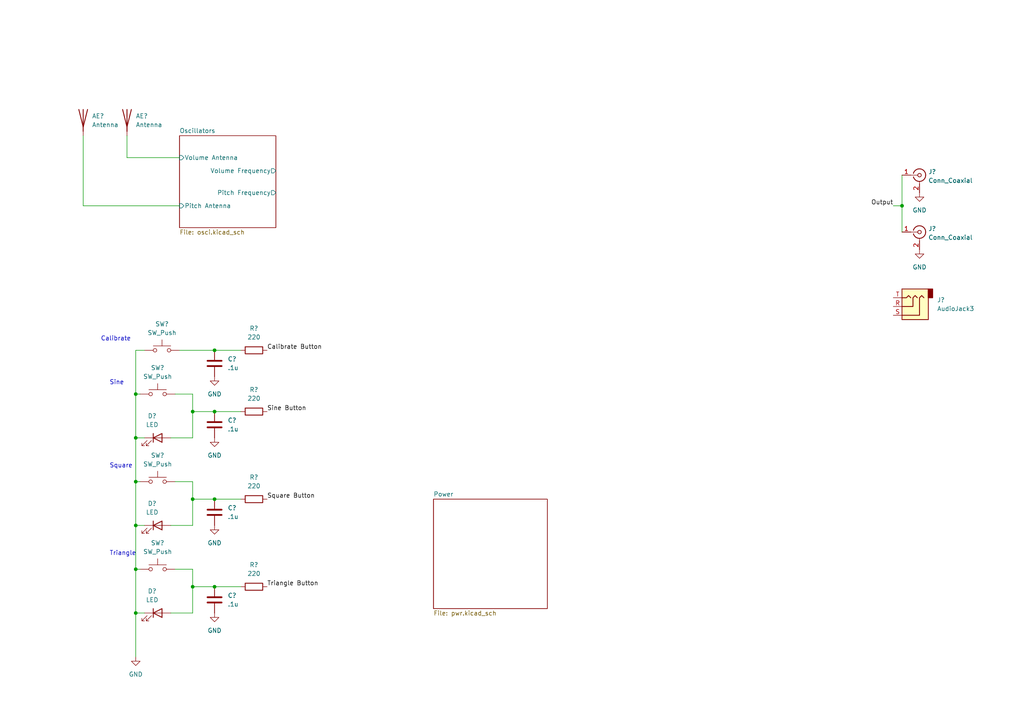
<source format=kicad_sch>
(kicad_sch (version 20211123) (generator eeschema)
  (paper "A4")
  (lib_symbols
    (symbol "Connector:AudioJack3"
      (property "Reference" "J" (at 0 8.89 0))
      (property "Value" "AudioJack3" (at 0 6.35 0))
      (symbol "AudioJack3_0_1"
        (rectangle (start -5.08 -5.08) (end -6.35 -2.54) (stroke (width 0.254)) (fill (type outline)))
        (polyline (pts (xy 0 -2.54) (xy 0.635 -3.175) (xy 1.27 -2.54) (xy 2.54 -2.54)) (stroke (width 0.254)))
        (polyline (pts (xy -1.905 -2.54) (xy -1.27 -3.175) (xy -0.635 -2.54) (xy -0.635 0) (xy 2.54 0)) (stroke (width 0.254)))
        (polyline (pts (xy 2.54 2.54) (xy -2.54 2.54) (xy -2.54 -2.54) (xy -3.175 -3.175) (xy -3.81 -2.54)) (stroke (width 0.254)))
        (rectangle (start 2.54 3.81) (end -5.08 -5.08) (stroke (width 0.254)) (fill (type background)))
      )
      (symbol "AudioJack3_1_1"
        (pin passive line (at 5.08 0 180) (length 2.54) (name "~") (number "R"))
        (pin passive line (at 5.08 2.54 180) (length 2.54) (name "~") (number "S"))
        (pin passive line (at 5.08 -2.54 180) (length 2.54) (name "~") (number "T"))
      )
    )
    (symbol "Connector:Conn_Coaxial" (pin_names (offset 1.016) hide)
      (property "Reference" "J" (at 0.254 3.048 0))
      (property "Value" "Conn_Coaxial" (at 2.921 0 90))
      (symbol "Conn_Coaxial_0_1"
        (arc (start -1.778 -0.508) (mid 0.2311 -1.8066) (end 1.778 0) (stroke (width 0.254)))
        (polyline (pts (xy -2.54 0) (xy -0.508 0)))
        (polyline (pts (xy 0 -2.54) (xy 0 -1.778)))
        (circle (center 0 0) (radius 0.508) (stroke (width 0.2032)))
        (arc (start 1.778 0) (mid 0.2099 1.8101) (end -1.778 0.508) (stroke (width 0.254)))
      )
      (symbol "Conn_Coaxial_1_1"
        (pin passive line (at -5.08 0 0) (length 2.54) (name "In") (number "1"))
        (pin passive line (at 0 -5.08 90) (length 2.54) (name "Ext") (number "2"))
      )
    )
    (symbol "Device:Antenna" (pin_numbers hide) (pin_names (offset 1.016) hide)
      (property "Reference" "AE" (at -1.905 1.905 0))
      (property "Value" "Antenna" (at -1.905 0 0))
      (symbol "Antenna_0_1"
        (polyline (pts (xy 0 2.54) (xy 0 -3.81)) (stroke (width 0.254)))
        (polyline (pts (xy 1.27 2.54) (xy 0 -2.54) (xy -1.27 2.54)) (stroke (width 0.254)))
      )
      (symbol "Antenna_1_1"
        (pin input line (at 0 -5.08 90) (length 2.54) (name "A") (number "1"))
      )
    )
    (symbol "Device:C" (pin_numbers hide) (pin_names (offset 0.254))
      (property "Reference" "C" (at 0.635 2.54 0))
      (property "Value" "C" (at 0.635 -2.54 0))
      (symbol "C_0_1"
        (polyline (pts (xy -2.032 -0.762) (xy 2.032 -0.762)) (stroke (width 0.508)))
        (polyline (pts (xy -2.032 0.762) (xy 2.032 0.762)) (stroke (width 0.508)))
      )
      (symbol "C_1_1"
        (pin passive line (at 0 3.81 270) (length 2.794) (name "~") (number "1"))
        (pin passive line (at 0 -3.81 90) (length 2.794) (name "~") (number "2"))
      )
    )
    (symbol "Device:LED" (pin_numbers hide) (pin_names (offset 1.016) hide)
      (property "Reference" "D" (at 0 2.54 0))
      (property "Value" "LED" (at 0 -2.54 0))
      (symbol "LED_0_1"
        (polyline (pts (xy -1.27 -1.27) (xy -1.27 1.27)) (stroke (width 0.254)))
        (polyline (pts (xy -1.27 0) (xy 1.27 0)))
        (polyline (pts (xy 1.27 -1.27) (xy 1.27 1.27) (xy -1.27 0) (xy 1.27 -1.27)) (stroke (width 0.254)))
        (polyline (pts (xy -3.048 -0.762) (xy -4.572 -2.286) (xy -3.81 -2.286) (xy -4.572 -2.286) (xy -4.572 -1.524)))
        (polyline (pts (xy -1.778 -0.762) (xy -3.302 -2.286) (xy -2.54 -2.286) (xy -3.302 -2.286) (xy -3.302 -1.524)))
      )
      (symbol "LED_1_1"
        (pin passive line (at -3.81 0 0) (length 2.54) (name "K") (number "1"))
        (pin passive line (at 3.81 0 180) (length 2.54) (name "A") (number "2"))
      )
    )
    (symbol "Device:R" (pin_numbers hide) (pin_names (offset 0))
      (property "Reference" "R" (at 2.032 0 90))
      (property "Value" "R" (at 0 0 90))
      (symbol "R_0_1"
        (rectangle (start -1.016 -2.54) (end 1.016 2.54) (stroke (width 0.254)))
      )
      (symbol "R_1_1"
        (pin passive line (at 0 3.81 270) (length 1.27) (name "~") (number "1"))
        (pin passive line (at 0 -3.81 90) (length 1.27) (name "~") (number "2"))
      )
    )
    (symbol "Switch:SW_Push" (pin_numbers hide) (pin_names (offset 1.016) hide)
      (property "Reference" "SW" (at 1.27 2.54 0))
      (property "Value" "SW_Push" (at 0 -1.524 0))
      (symbol "SW_Push_0_1"
        (circle (center -2.032 0) (radius 0.508))
        (polyline (pts (xy 0 1.27) (xy 0 3.048)))
        (polyline (pts (xy 2.54 1.27) (xy -2.54 1.27)))
        (circle (center 2.032 0) (radius 0.508))
        (pin passive line (at -5.08 0 0) (length 2.54) (name "1") (number "1"))
        (pin passive line (at 5.08 0 180) (length 2.54) (name "2") (number "2"))
      )
    )
    (symbol "power:GND" (power) (pin_names (offset 0))
      (property "Value" "GND" (at 0 -3.81 0))
      (symbol "GND_0_1"
        (polyline (pts (xy 0 0) (xy 0 -1.27) (xy 1.27 -1.27) (xy 0 -2.54) (xy -1.27 -1.27) (xy 0 -1.27)))
      )
      (symbol "GND_1_1"
        (pin power_in line (at 0 0 270) (length 0) hide (name "GND") (number "1"))
      )
    )
  )
  (junction (at 39.37 114.3))
  (junction (at 39.37 127))
  (junction (at 55.88 119.38))
  (junction (at 55.88 170.18))
  (junction (at 55.88 144.78))
  (junction (at 39.37 165.1))
  (junction (at 39.37 177.8))
  (junction (at 62.23 119.38))
  (junction (at 261.62 59.69))
  (junction (at 62.23 170.18))
  (junction (at 39.37 152.4))
  (junction (at 62.23 101.6))
  (junction (at 62.23 144.78))
  (junction (at 39.37 139.7))
  (wire (pts (xy 55.88 152.4) (xy 49.53 152.4)))
  (wire (pts (xy 69.85 170.18) (xy 62.23 170.18)))
  (wire (pts (xy 50.8 165.1) (xy 55.88 165.1)))
  (wire (pts (xy 39.37 165.1) (xy 39.37 152.4)))
  (wire (pts (xy 259.08 59.69) (xy 261.62 59.69)))
  (wire (pts (xy 55.88 177.8) (xy 49.53 177.8)))
  (wire (pts (xy 36.83 45.72) (xy 52.07 45.72)))
  (wire (pts (xy 55.88 139.7) (xy 55.88 144.78)))
  (wire (pts (xy 69.85 144.78) (xy 62.23 144.78)))
  (wire (pts (xy 55.88 170.18) (xy 55.88 177.8)))
  (wire (pts (xy 55.88 127) (xy 49.53 127)))
  (wire (pts (xy 36.83 39.37) (xy 36.83 45.72)))
  (wire (pts (xy 39.37 177.8) (xy 39.37 165.1)))
  (wire (pts (xy 62.23 170.18) (xy 55.88 170.18)))
  (wire (pts (xy 24.13 59.69) (xy 52.07 59.69)))
  (wire (pts (xy 24.13 39.37) (xy 24.13 59.69)))
  (wire (pts (xy 62.23 119.38) (xy 55.88 119.38)))
  (wire (pts (xy 39.37 127) (xy 39.37 114.3)))
  (wire (pts (xy 39.37 101.6) (xy 41.91 101.6)))
  (wire (pts (xy 62.23 101.6) (xy 69.85 101.6)))
  (wire (pts (xy 39.37 152.4) (xy 41.91 152.4)))
  (wire (pts (xy 69.85 119.38) (xy 62.23 119.38)))
  (wire (pts (xy 62.23 144.78) (xy 55.88 144.78)))
  (wire (pts (xy 261.62 59.69) (xy 261.62 67.31)))
  (wire (pts (xy 39.37 139.7) (xy 40.64 139.7)))
  (wire (pts (xy 50.8 139.7) (xy 55.88 139.7)))
  (wire (pts (xy 39.37 114.3) (xy 39.37 101.6)))
  (wire (pts (xy 55.88 114.3) (xy 55.88 119.38)))
  (wire (pts (xy 50.8 114.3) (xy 55.88 114.3)))
  (wire (pts (xy 39.37 114.3) (xy 40.64 114.3)))
  (wire (pts (xy 55.88 144.78) (xy 55.88 152.4)))
  (wire (pts (xy 39.37 152.4) (xy 39.37 139.7)))
  (wire (pts (xy 261.62 50.8) (xy 261.62 59.69)))
  (wire (pts (xy 55.88 119.38) (xy 55.88 127)))
  (wire (pts (xy 55.88 165.1) (xy 55.88 170.18)))
  (wire (pts (xy 39.37 127) (xy 41.91 127)))
  (wire (pts (xy 52.07 101.6) (xy 62.23 101.6)))
  (wire (pts (xy 39.37 190.5) (xy 39.37 177.8)))
  (wire (pts (xy 39.37 139.7) (xy 39.37 127)))
  (wire (pts (xy 39.37 177.8) (xy 41.91 177.8)))
  (wire (pts (xy 39.37 165.1) (xy 40.64 165.1)))
  (text "Square" (at 31.75 135.89 0) (effects (font (size 1.27 1.27)) (justify left bottom)))
  (text "Triangle" (at 31.75 161.29 0) (effects (font (size 1.27 1.27)) (justify left bottom)))
  (text "Calibrate" (at 29.21 99.06 0) (effects (font (size 1.27 1.27)) (justify left bottom)))
  (text "Sine" (at 31.75 111.76 0) (effects (font (size 1.27 1.27)) (justify left bottom)))
  (label "Output" (at 259.08 59.69 180))
  (label "Sine Button" (at 77.47 119.38 0))
  (label "Calibrate Button" (at 77.47 101.6 0))
  (label "Triangle Button" (at 77.47 170.18 0))
  (label "Square Button" (at 77.47 144.78 0))
  (symbol (lib_id "Device:Antenna") (at 36.83 34.29 0) (unit 1)
    (property "Reference" "AE?" (at 39.37 33.6549 0) (effects (justify left)))
    (property "Value" "Antenna" (at 39.37 36.1949 0) (effects (justify left)))
  )
  (symbol (lib_id "Device:LED") (at 45.72 152.4 0) (unit 1)
    (property "Reference" "D?" (at 44.1325 146.05 0))
    (property "Value" "LED" (at 44.1325 148.59 0))
  )
  (symbol (lib_id "Device:Antenna") (at 24.13 34.29 0) (unit 1)
    (property "Reference" "AE?" (at 26.67 33.6549 0) (effects (justify left)))
    (property "Value" "Antenna" (at 26.67 36.1949 0) (effects (justify left)))
  )
  (symbol (lib_id "power:GND") (at 62.23 109.22 0) (unit 1)
    (property "Reference" "#PWR?" (effects hide))
    (property "Value" "GND" (at 62.23 114.3 0))
  )
  (symbol (lib_id "Device:C") (at 62.23 105.41 180) (unit 1)
    (property "Reference" "C?" (at 66.04 104.1399 0) (effects (justify right)))
    (property "Value" ".1u" (at 66.04 106.6799 0) (effects (justify right)))
  )
  (symbol (lib_id "Switch:SW_Push") (at 45.72 114.3 0) (unit 1)
    (property "Reference" "SW?" (at 45.72 106.68 0))
    (property "Value" "SW_Push" (at 45.72 109.22 0))
  )
  (symbol (lib_id "Device:R") (at 73.66 144.78 90) (unit 1)
    (property "Reference" "R?" (at 73.66 138.43 90))
    (property "Value" "220" (at 73.66 140.97 90))
  )
  (symbol (lib_id "power:GND") (at 62.23 177.8 0) (unit 1)
    (property "Reference" "#PWR?" (effects hide))
    (property "Value" "GND" (at 62.23 182.88 0))
  )
  (symbol (lib_id "Device:LED") (at 45.72 177.8 0) (unit 1)
    (property "Reference" "D?" (at 44.1325 171.45 0))
    (property "Value" "LED" (at 44.1325 173.99 0))
  )
  (symbol (lib_id "power:GND") (at 62.23 127 0) (unit 1)
    (property "Reference" "#PWR?" (effects hide))
    (property "Value" "GND" (at 62.23 132.08 0))
  )
  (symbol (lib_id "Device:C") (at 62.23 173.99 180) (unit 1)
    (property "Reference" "C?" (at 66.04 172.7199 0) (effects (justify right)))
    (property "Value" ".1u" (at 66.04 175.2599 0) (effects (justify right)))
  )
  (symbol (lib_id "Device:R") (at 73.66 170.18 90) (unit 1)
    (property "Reference" "R?" (at 73.66 163.83 90))
    (property "Value" "220" (at 73.66 166.37 90))
  )
  (symbol (lib_id "Switch:SW_Push") (at 45.72 165.1 0) (unit 1)
    (property "Reference" "SW?" (at 45.72 157.48 0))
    (property "Value" "SW_Push" (at 45.72 160.02 0))
  )
  (symbol (lib_id "Connector:Conn_Coaxial") (at 266.7 50.8 0) (unit 1)
    (property "Reference" "J?" (at 269.24 49.8231 0) (effects (justify left)))
    (property "Value" "Conn_Coaxial" (at 269.24 52.3631 0) (effects (justify left)))
    (property "Datasheet" " ~" (effects hide))
  )
  (symbol (lib_id "power:GND") (at 266.7 72.39 0) (unit 1)
    (property "Reference" "#PWR?" (effects hide))
    (property "Value" "GND" (at 266.7 77.47 0))
  )
  (symbol (lib_id "Device:R") (at 73.66 101.6 90) (unit 1)
    (property "Reference" "R?" (at 73.66 95.25 90))
    (property "Value" "220" (at 73.66 97.79 90))
  )
  (symbol (lib_id "Device:C") (at 62.23 123.19 180) (unit 1)
    (property "Reference" "C?" (at 66.04 121.9199 0) (effects (justify right)))
    (property "Value" ".1u" (at 66.04 124.4599 0) (effects (justify right)))
  )
  (symbol (lib_id "Switch:SW_Push") (at 46.99 101.6 0) (unit 1)
    (property "Reference" "SW?" (at 46.99 93.98 0))
    (property "Value" "SW_Push" (at 46.99 96.52 0))
  )
  (symbol (lib_id "Connector:Conn_Coaxial") (at 266.7 67.31 0) (unit 1)
    (property "Reference" "J?" (at 269.24 66.3331 0) (effects (justify left)))
    (property "Value" "Conn_Coaxial" (at 269.24 68.8731 0) (effects (justify left)))
    (property "Datasheet" " ~" (effects hide))
  )
  (symbol (lib_id "Device:C") (at 62.23 148.59 180) (unit 1)
    (property "Reference" "C?" (at 66.04 147.3199 0) (effects (justify right)))
    (property "Value" ".1u" (at 66.04 149.8599 0) (effects (justify right)))
  )
  (symbol (lib_id "Device:LED") (at 45.72 127 0) (unit 1)
    (property "Reference" "D?" (at 44.1325 120.65 0))
    (property "Value" "LED" (at 44.1325 123.19 0))
  )
  (symbol (lib_id "power:GND") (at 266.7 55.88 0) (unit 1)
    (property "Reference" "#PWR?" (effects hide))
    (property "Value" "GND" (at 266.7 60.96 0))
  )
  (symbol (lib_id "Device:R") (at 73.66 119.38 90) (unit 1)
    (property "Reference" "R?" (at 73.66 113.03 90))
    (property "Value" "220" (at 73.66 115.57 90))
  )
  (symbol (lib_id "power:GND") (at 39.37 190.5 0) (unit 1)
    (property "Reference" "#PWR?" (effects hide))
    (property "Value" "GND" (at 39.37 195.58 0))
  )
  (symbol (lib_id "Switch:SW_Push") (at 45.72 139.7 0) (unit 1)
    (property "Reference" "SW?" (at 45.72 132.08 0))
    (property "Value" "SW_Push" (at 45.72 134.62 0))
  )
  (symbol (lib_id "power:GND") (at 62.23 152.4 0) (unit 1)
    (property "Reference" "#PWR?" (effects hide))
    (property "Value" "GND" (at 62.23 157.48 0))
  )
  (symbol (lib_id "Connector:AudioJack3") (at 264.16 88.9 180) (unit 1)
    (property "Reference" "J?" (at 271.78 86.9949 0) (effects (justify right)))
    (property "Value" "AudioJack3" (at 271.78 89.5349 0) (effects (justify right)))
  )
  (sheet (at 125.73 144.78) (size 33.02 31.75) (stroke (width 0.1524))
    (property "Sheet name" "Power" (at 125.73 144.0684 0) (effects (justify left bottom)))
    (property "Sheet file" "pwr.kicad_sch" (at 125.73 177.1146 0) (effects (justify left top)))
  )
  (sheet (at 52.07 39.37) (size 27.94 26.67) (stroke (width 0.1524))
    (property "Sheet name" "Oscillators" (at 52.07 38.6584 0) (effects (justify left bottom)))
    (property "Sheet file" "osci.kicad_sch" (at 52.07 66.6246 0) (effects (justify left top)))
    (pin "Volume Frequency" output (at 80.01 49.53 0))
    (pin "Volume Antenna" input (at 52.07 45.72 180))
    (pin "Pitch Frequency" output (at 80.01 55.88 0))
    (pin "Pitch Antenna" input (at 52.07 59.69 180))
  )
)
</source>
